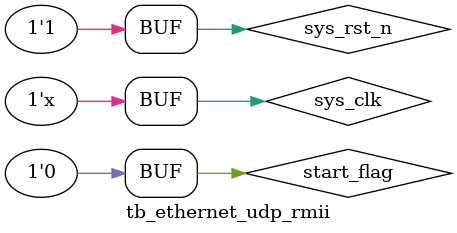
<source format=sv>
`timescale  1ns/1ns

module  tb_ethernet_udp_rmii();
//********************************************************************//
//****************** Parameter and Internal Signal *******************//
//********************************************************************//
//reg   define
reg             sys_clk         ;   //PHY芯片接收数据时钟信号
reg             sys_rst_n       ;   //系统复位,低电平有效
reg             eth_rxdv        ;   //PHY芯片输入数据有效信号
reg     [655:0] data_mem        ;   //data_mem是一个存储器,相当于一个ram
reg     [11:0]  cnt_data        ;   //数据包字节计数器
reg             start_flag      ;   //数据输入开始标志信号

//wire define
wire            eth_tx_en_r     ;   //PHY芯片输出数据有效信号
wire    [1:0]   eth_tx_data_r   ;   //PHY芯片输出数据
wire            eth_rst_n       ;   //PHY芯片复位信号,低电平有效
wire    [1:0]   eth_rx_data     ;   //PHY芯片输入数据

//********************************************************************//
//***************************** Main Code ****************************//
//********************************************************************//
//时钟、复位信号
initial
  begin
    sys_clk  =   1'b1    ;
    sys_rst_n   <=  1'b0    ;
    start_flag  <=  1'b0    ;
    #200
    sys_rst_n   <=  1'b1    ;
    #100
    start_flag  <=  1'b1    ;
    #50
    start_flag  <=  1'b0    ;
  end
//sys_clk
always  #10 sys_clk = ~sys_clk;

//data_mem
always@(negedge sys_clk or negedge sys_rst_n)
    if(sys_rst_n == 1'b0)
        data_mem    <=  'hFE_DC_BA_98_76_54_32_10_FE_DC_BA_98_76_54_32_10_FE_DC_BA_98_76_54_32_10_FE_DC_BA_98_76_54_32_10_00_00_28_00_D2_04_D2_04_17_01_FE_A9_1F_BF_FE_A9_00_00_11_80_00_00_00_5F_3C_00_00_45_00_08_2D_DB_4A_5E_D5_E0_BC_9A_78_56_34_12_D5_55_55_55_55_55_55_55;
    else    if(eth_rxdv == 1'b1)
        data_mem    <=  data_mem >>2;
    else
        data_mem    <=  data_mem;

//eth_rxdv:PHY芯片输入数据有效信号
always@(negedge sys_clk or negedge sys_rst_n)
    if(sys_rst_n == 1'b0)
        eth_rxdv    <=  1'b0;
    else    if(cnt_data == 327)
        eth_rxdv    <=  1'b0;
    else    if(start_flag == 1'b1)
        eth_rxdv    <=  1'b1;
    else
        eth_rxdv    <=  eth_rxdv;

//cnt_data:数据包字节计数器
always@(negedge sys_clk or negedge sys_rst_n)
    if(sys_rst_n == 1'b0)
        cnt_data    <=  12'd0;
    else    if(eth_rxdv == 1'b1)
        cnt_data    <=  cnt_data + 1'b1;
    else
        cnt_data    <=  cnt_data;

//eth_rx_data:PHY芯片输入数据
assign  eth_rx_data = (eth_rxdv == 1'b1)
                    ? data_mem[1:0] : 2'b0;

//********************************************************************//
//*************************** Instantiation **************************//
//********************************************************************//
//------------- ethernet_udp_rmii_inst -------------
ethernet_udp_rmii   ethernet_udp_rmii_inst
(
    .eth_clk        (sys_clk        ),  //PHY芯片时钟
    .sys_rst_n      (sys_rst_n      ),  //系统复位,低电平有效
    .eth_rxdv_r     (eth_rxdv       ),  //PHY芯片输入数据有效信号
    .eth_rx_data_r  (eth_rx_data    ),  //PHY芯片输入数据

    .eth_tx_en_r    (eth_tx_en_r    ),  //PHY芯片输出数据有效信号
    .eth_tx_data_r  (eth_tx_data_r  ),  //PHY芯片输出数据

    .eth_rst_n      (eth_rst_n      )   //PHY芯片复位信号,低电平有效
);

endmodule

</source>
